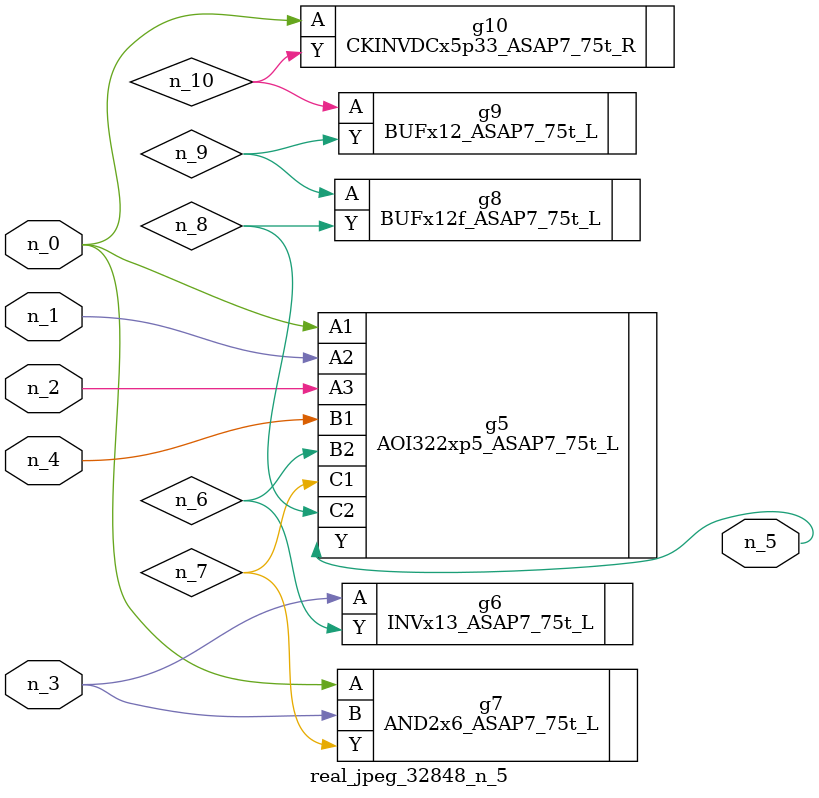
<source format=v>
module real_jpeg_32848_n_5 (n_4, n_0, n_1, n_2, n_3, n_5);

input n_4;
input n_0;
input n_1;
input n_2;
input n_3;

output n_5;

wire n_8;
wire n_6;
wire n_7;
wire n_10;
wire n_9;

AOI322xp5_ASAP7_75t_L g5 ( 
.A1(n_0),
.A2(n_1),
.A3(n_2),
.B1(n_4),
.B2(n_6),
.C1(n_7),
.C2(n_8),
.Y(n_5)
);

AND2x6_ASAP7_75t_L g7 ( 
.A(n_0),
.B(n_3),
.Y(n_7)
);

CKINVDCx5p33_ASAP7_75t_R g10 ( 
.A(n_0),
.Y(n_10)
);

INVx13_ASAP7_75t_L g6 ( 
.A(n_3),
.Y(n_6)
);

BUFx12f_ASAP7_75t_L g8 ( 
.A(n_9),
.Y(n_8)
);

BUFx12_ASAP7_75t_L g9 ( 
.A(n_10),
.Y(n_9)
);


endmodule
</source>
